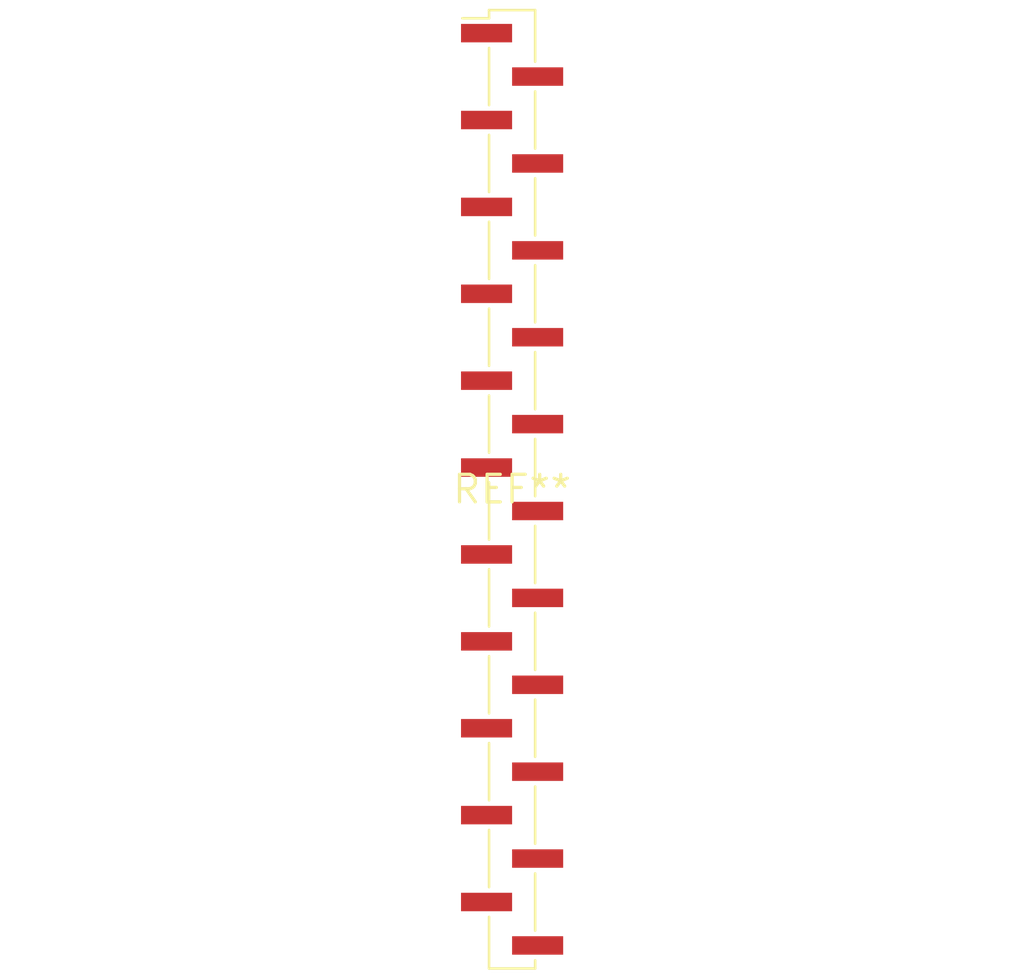
<source format=kicad_pcb>
(kicad_pcb (version 20240108) (generator pcbnew)
  (layers (0 "F.Cu" signal) (31 "B.Cu" signal) (34 "B.Paste" user) (35 "F.Paste" user) (36 "B.SilkS" user "B.Silkscreen") (37 "F.SilkS" user "F.Silkscreen") (38 "B.Mask" user) (39 "F.Mask" user) (44 "Edge.Cuts" user))
  (net 0 "")
  (footprint "PinHeader_1x22_P2.00mm_Vertical_SMD_Pin1Left" (layer "F.Cu") (at 0 0)
    (property "Reference" "REF**")
    (property "Value" "PinHeader_1x22_P2.00mm_Vertical_SMD_Pin1Left")
    (fp_line (start -1.06 -22.06) (end -1.06 -21.685) (layer "F.SilkS") (stroke (width 0.12)))
    (fp_line (start -1.06 -22.06) (end 1.06 -22.06) (layer "F.SilkS") (stroke (width 0.12)))
    (fp_line (start -1.06 -21.685) (end -2.29 -21.685) (layer "F.SilkS") (stroke (width 0.12)))
    (fp_line (start -1.06 -20.315) (end -1.06 -17.685) (layer "F.SilkS") (stroke (width 0.12)))
    (fp_line (start -1.06 -16.315) (end -1.06 -13.685) (layer "F.SilkS") (stroke (width 0.12)))
    (fp_line (start -1.06 -12.315) (end -1.06 -9.685) (layer "F.SilkS") (stroke (width 0.12)))
    (fp_line (start -1.06 -8.315) (end -1.06 -5.685) (layer "F.SilkS") (stroke (width 0.12)))
    (fp_line (start -1.06 -4.315) (end -1.06 -1.685) (layer "F.SilkS") (stroke (width 0.12)))
    (fp_line (start -1.06 -0.315) (end -1.06 2.315) (layer "F.SilkS") (stroke (width 0.12)))
    (fp_line (start -1.06 3.685) (end -1.06 6.315) (layer "F.SilkS") (stroke (width 0.12)))
    (fp_line (start -1.06 7.685) (end -1.06 10.315) (layer "F.SilkS") (stroke (width 0.12)))
    (fp_line (start -1.06 11.685) (end -1.06 14.315) (layer "F.SilkS") (stroke (width 0.12)))
    (fp_line (start -1.06 15.685) (end -1.06 18.315) (layer "F.SilkS") (stroke (width 0.12)))
    (fp_line (start -1.06 19.685) (end -1.06 22.06) (layer "F.SilkS") (stroke (width 0.12)))
    (fp_line (start -1.06 22.06) (end 1.06 22.06) (layer "F.SilkS") (stroke (width 0.12)))
    (fp_line (start 1.06 -22.06) (end 1.06 -19.685) (layer "F.SilkS") (stroke (width 0.12)))
    (fp_line (start 1.06 -18.315) (end 1.06 -15.685) (layer "F.SilkS") (stroke (width 0.12)))
    (fp_line (start 1.06 -14.315) (end 1.06 -11.685) (layer "F.SilkS") (stroke (width 0.12)))
    (fp_line (start 1.06 -10.315) (end 1.06 -7.685) (layer "F.SilkS") (stroke (width 0.12)))
    (fp_line (start 1.06 -6.315) (end 1.06 -3.685) (layer "F.SilkS") (stroke (width 0.12)))
    (fp_line (start 1.06 -2.315) (end 1.06 0.315) (layer "F.SilkS") (stroke (width 0.12)))
    (fp_line (start 1.06 1.685) (end 1.06 4.315) (layer "F.SilkS") (stroke (width 0.12)))
    (fp_line (start 1.06 5.685) (end 1.06 8.315) (layer "F.SilkS") (stroke (width 0.12)))
    (fp_line (start 1.06 9.685) (end 1.06 12.315) (layer "F.SilkS") (stroke (width 0.12)))
    (fp_line (start 1.06 13.685) (end 1.06 16.315) (layer "F.SilkS") (stroke (width 0.12)))
    (fp_line (start 1.06 17.685) (end 1.06 20.315) (layer "F.SilkS") (stroke (width 0.12)))
    (fp_line (start 1.06 21.685) (end 1.06 22.06) (layer "F.SilkS") (stroke (width 0.12)))
    (pad "1" smd rect (at -1.175 -21) (size 2.35 0.85) (layers "F.Cu" "F.Paste" "F.Mask"))
    (pad "2" smd rect (at 1.175 -19) (size 2.35 0.85) (layers "F.Cu" "F.Paste" "F.Mask"))
    (pad "3" smd rect (at -1.175 -17) (size 2.35 0.85) (layers "F.Cu" "F.Paste" "F.Mask"))
    (pad "4" smd rect (at 1.175 -15) (size 2.35 0.85) (layers "F.Cu" "F.Paste" "F.Mask"))
    (pad "5" smd rect (at -1.175 -13) (size 2.35 0.85) (layers "F.Cu" "F.Paste" "F.Mask"))
    (pad "6" smd rect (at 1.175 -11) (size 2.35 0.85) (layers "F.Cu" "F.Paste" "F.Mask"))
    (pad "7" smd rect (at -1.175 -9) (size 2.35 0.85) (layers "F.Cu" "F.Paste" "F.Mask"))
    (pad "8" smd rect (at 1.175 -7) (size 2.35 0.85) (layers "F.Cu" "F.Paste" "F.Mask"))
    (pad "9" smd rect (at -1.175 -5) (size 2.35 0.85) (layers "F.Cu" "F.Paste" "F.Mask"))
    (pad "10" smd rect (at 1.175 -3) (size 2.35 0.85) (layers "F.Cu" "F.Paste" "F.Mask"))
    (pad "11" smd rect (at -1.175 -1) (size 2.35 0.85) (layers "F.Cu" "F.Paste" "F.Mask"))
    (pad "12" smd rect (at 1.175 1) (size 2.35 0.85) (layers "F.Cu" "F.Paste" "F.Mask"))
    (pad "13" smd rect (at -1.175 3) (size 2.35 0.85) (layers "F.Cu" "F.Paste" "F.Mask"))
    (pad "14" smd rect (at 1.175 5) (size 2.35 0.85) (layers "F.Cu" "F.Paste" "F.Mask"))
    (pad "15" smd rect (at -1.175 7) (size 2.35 0.85) (layers "F.Cu" "F.Paste" "F.Mask"))
    (pad "16" smd rect (at 1.175 9) (size 2.35 0.85) (layers "F.Cu" "F.Paste" "F.Mask"))
    (pad "17" smd rect (at -1.175 11) (size 2.35 0.85) (layers "F.Cu" "F.Paste" "F.Mask"))
    (pad "18" smd rect (at 1.175 13) (size 2.35 0.85) (layers "F.Cu" "F.Paste" "F.Mask"))
    (pad "19" smd rect (at -1.175 15) (size 2.35 0.85) (layers "F.Cu" "F.Paste" "F.Mask"))
    (pad "20" smd rect (at 1.175 17) (size 2.35 0.85) (layers "F.Cu" "F.Paste" "F.Mask"))
    (pad "21" smd rect (at -1.175 19) (size 2.35 0.85) (layers "F.Cu" "F.Paste" "F.Mask"))
    (pad "22" smd rect (at 1.175 21) (size 2.35 0.85) (layers "F.Cu" "F.Paste" "F.Mask"))
  )
)
</source>
